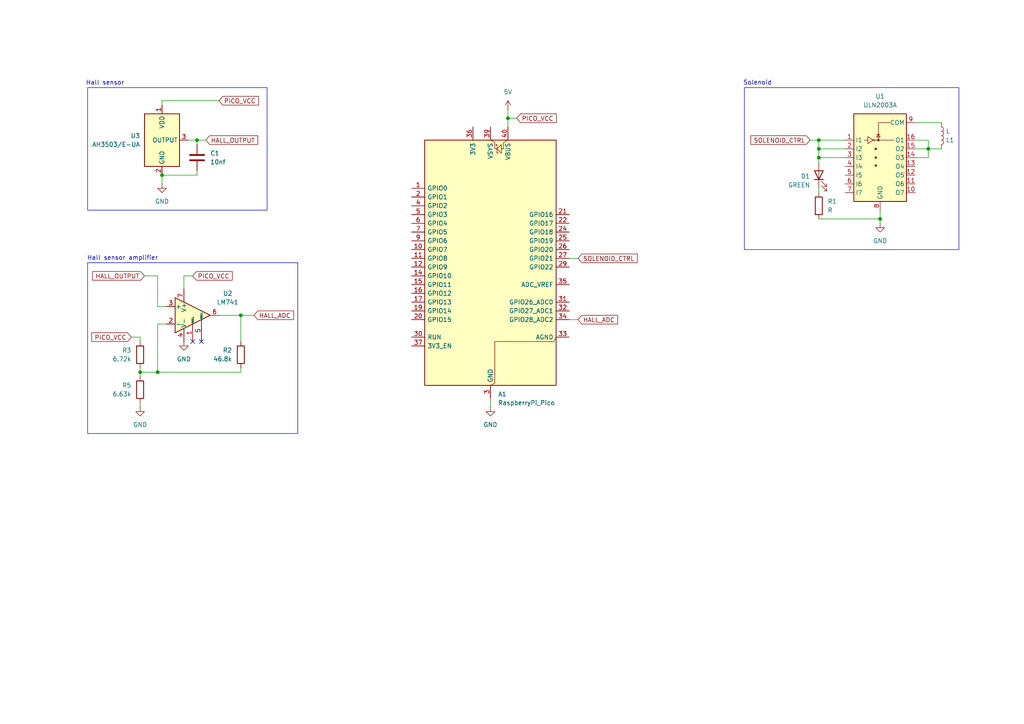
<source format=kicad_sch>
(kicad_sch (version 20231120) (generator "eeschema") (generator_version "8.0")
  (paper "A4")
  (title_block (title "adapt_button") (rev "dev-0.1"))
  (lib_symbols
    (symbol "Amplifier_Operational:LM741" (pin_names (offset 0.127))
      (property "Reference" "U" (at 0 6.35 0))
      (property "Value" "LM741" (at 0 3.81 0))
      (symbol "LM741_0_1"
        (polyline (pts (xy -5.08 5.08) (xy 5.08 0) (xy -5.08 -5.08) (xy -5.08 5.08)) (stroke (width 0.254)) (fill (type background)))
      )
      (symbol "LM741_1_1"
        (pin input line (at 0 -7.62 90) (length 5.08) (name "NULL") (number "1"))
        (pin input line (at -7.62 -2.54 0) (length 2.54) (name "-") (number "2"))
        (pin input line (at -7.62 2.54 0) (length 2.54) (name "+") (number "3"))
        (pin power_in line (at -2.54 -7.62 90) (length 3.81) (name "V-") (number "4"))
        (pin input line (at 2.54 -7.62 90) (length 6.35) (name "NULL") (number "5"))
        (pin output line (at 7.62 0 180) (length 2.54) (name "~") (number "6"))
        (pin power_in line (at -2.54 7.62 270) (length 3.81) (name "V+") (number "7"))
        (pin no_connect line (at 0 2.54 270) (length 2.54) hide (name "NC") (number "8"))
      )
    )
    (symbol "Device:C" (pin_numbers hide) (pin_names (offset 0.254))
      (property "Reference" "C" (at 0.635 2.54 0))
      (property "Value" "C" (at 0.635 -2.54 0))
      (symbol "C_0_1"
        (polyline (pts (xy -2.032 -0.762) (xy 2.032 -0.762)) (stroke (width 0.508)))
        (polyline (pts (xy -2.032 0.762) (xy 2.032 0.762)) (stroke (width 0.508)))
      )
      (symbol "C_1_1"
        (pin passive line (at 0 3.81 270) (length 2.794) (name "~") (number "1"))
        (pin passive line (at 0 -3.81 90) (length 2.794) (name "~") (number "2"))
      )
    )
    (symbol "Device:L" (pin_numbers hide) (pin_names (offset 1.016) hide)
      (property "Reference" "L" (at -1.27 0 90))
      (property "Value" "L" (at 1.905 0 90))
      (symbol "L_0_1"
        (arc (start 0 -2.54) (mid 0.6323 -1.905) (end 0 -1.27))
        (arc (start 0 -1.27) (mid 0.6323 -0.635) (end 0 0))
        (arc (start 0 0) (mid 0.6323 0.635) (end 0 1.27))
        (arc (start 0 1.27) (mid 0.6323 1.905) (end 0 2.54))
      )
      (symbol "L_1_1"
        (pin passive line (at 0 3.81 270) (length 1.27) (name "1") (number "1"))
        (pin passive line (at 0 -3.81 90) (length 1.27) (name "2") (number "2"))
      )
    )
    (symbol "Device:LED" (pin_numbers hide) (pin_names (offset 1.016) hide)
      (property "Reference" "D" (at 0 2.54 0))
      (property "Value" "LED" (at 0 -2.54 0))
      (symbol "LED_0_1"
        (polyline (pts (xy -1.27 -1.27) (xy -1.27 1.27)) (stroke (width 0.254)))
        (polyline (pts (xy -1.27 0) (xy 1.27 0)))
        (polyline (pts (xy 1.27 -1.27) (xy 1.27 1.27) (xy -1.27 0) (xy 1.27 -1.27)) (stroke (width 0.254)))
        (polyline (pts (xy -3.048 -0.762) (xy -4.572 -2.286) (xy -3.81 -2.286) (xy -4.572 -2.286) (xy -4.572 -1.524)))
        (polyline (pts (xy -1.778 -0.762) (xy -3.302 -2.286) (xy -2.54 -2.286) (xy -3.302 -2.286) (xy -3.302 -1.524)))
      )
      (symbol "LED_1_1"
        (pin passive line (at -3.81 0 0) (length 2.54) (name "K") (number "1"))
        (pin passive line (at 3.81 0 180) (length 2.54) (name "A") (number "2"))
      )
    )
    (symbol "Device:R" (pin_numbers hide) (pin_names (offset 0))
      (property "Reference" "R" (at 2.032 0 90))
      (property "Value" "R" (at 0 0 90))
      (symbol "R_0_1"
        (rectangle (start -1.016 -2.54) (end 1.016 2.54) (stroke (width 0.254)))
      )
      (symbol "R_1_1"
        (pin passive line (at 0 3.81 270) (length 1.27) (name "~") (number "1"))
        (pin passive line (at 0 -3.81 90) (length 1.27) (name "~") (number "2"))
      )
    )
    (symbol "MCU_Module_RaspberryPi_Pico:RaspberryPi_Pico" (pin_names (offset 0.762))
      (property "Reference" "A" (at -19.05 38.1 0))
      (property "Value" "RaspberryPi_Pico" (at 7.62 38.1 0))
      (symbol "RaspberryPi_Pico_0_1"
        (rectangle (start -19.05 36.83) (end 19.05 -34.29) (stroke (width 0.254)) (fill (type background)))
        (polyline (pts (xy 0 36.83) (xy 1.27 36.195) (xy 1.27 34.29) (xy 1.905 34.29)))
        (polyline (pts (xy 1.905 34.29) (xy 3.175 35.56) (xy 3.175 33.02) (xy 1.905 34.29)))
        (polyline (pts (xy 5.08 36.83) (xy 3.81 36.195) (xy 3.81 34.29) (xy 3.175 34.29)))
        (polyline (pts (xy 0 -34.29) (xy 1.27 -33.655) (xy 1.27 -21.59) (xy 18.415 -21.59) (xy 19.05 -20.32)))
        (polyline (pts (xy 1.651 35.306) (xy 1.651 35.56) (xy 1.905 35.56) (xy 1.905 33.02) (xy 2.159 33.02) (xy 2.159 33.274)))
      )
      (symbol "RaspberryPi_Pico_1_1"
        (pin bidirectional line (at -22.86 22.86 0) (length 3.81) (name "GPIO0") (number "1"))
        (pin bidirectional line (at -22.86 5.08 0) (length 3.81) (name "GPIO7") (number "10"))
        (pin bidirectional line (at -22.86 2.54 0) (length 3.81) (name "GPIO8") (number "11"))
        (pin bidirectional line (at -22.86 0 0) (length 3.81) (name "GPIO9") (number "12"))
        (pin passive line (at 0 -38.1 90) (length 3.81) hide (name "GND") (number "13"))
        (pin bidirectional line (at -22.86 -2.54 0) (length 3.81) (name "GPIO10") (number "14"))
        (pin bidirectional line (at -22.86 -5.08 0) (length 3.81) (name "GPIO11") (number "15"))
        (pin bidirectional line (at -22.86 -7.62 0) (length 3.81) (name "GPIO12") (number "16"))
        (pin bidirectional line (at -22.86 -10.16 0) (length 3.81) (name "GPIO13") (number "17"))
        (pin passive line (at 0 -38.1 90) (length 3.81) hide (name "GND") (number "18"))
        (pin bidirectional line (at -22.86 -12.7 0) (length 3.81) (name "GPIO14") (number "19"))
        (pin bidirectional line (at -22.86 20.32 0) (length 3.81) (name "GPIO1") (number "2"))
        (pin bidirectional line (at -22.86 -15.24 0) (length 3.81) (name "GPIO15") (number "20"))
        (pin bidirectional line (at 22.86 15.24 180) (length 3.81) (name "GPIO16") (number "21"))
        (pin bidirectional line (at 22.86 12.7 180) (length 3.81) (name "GPIO17") (number "22"))
        (pin passive line (at 0 -38.1 90) (length 3.81) hide (name "GND") (number "23"))
        (pin bidirectional line (at 22.86 10.16 180) (length 3.81) (name "GPIO18") (number "24"))
        (pin bidirectional line (at 22.86 7.62 180) (length 3.81) (name "GPIO19") (number "25"))
        (pin bidirectional line (at 22.86 5.08 180) (length 3.81) (name "GPIO20") (number "26"))
        (pin bidirectional line (at 22.86 2.54 180) (length 3.81) (name "GPIO21") (number "27"))
        (pin passive line (at 0 -38.1 90) (length 3.81) hide (name "GND") (number "28"))
        (pin bidirectional line (at 22.86 0 180) (length 3.81) (name "GPIO22") (number "29"))
        (pin power_out line (at 0 -38.1 90) (length 3.81) (name "GND") (number "3"))
        (pin input line (at -22.86 -20.32 0) (length 3.81) (name "RUN") (number "30"))
        (pin bidirectional line (at 22.86 -10.16 180) (length 3.81) (name "GPIO26_ADC0") (number "31"))
        (pin bidirectional line (at 22.86 -12.7 180) (length 3.81) (name "GPIO27_ADC1") (number "32"))
        (pin power_out line (at 22.86 -20.32 180) (length 3.81) (name "AGND") (number "33"))
        (pin bidirectional line (at 22.86 -15.24 180) (length 3.81) (name "GPIO28_ADC2") (number "34"))
        (pin power_in line (at 22.86 -5.08 180) (length 3.81) (name "ADC_VREF") (number "35"))
        (pin power_out line (at -5.08 40.64 270) (length 3.81) (name "3V3") (number "36"))
        (pin input line (at -22.86 -22.86 0) (length 3.81) (name "3V3_EN") (number "37"))
        (pin passive line (at 0 -38.1 90) (length 3.81) hide (name "GND") (number "38"))
        (pin power_in line (at 0 40.64 270) (length 3.81) (name "VSYS") (number "39"))
        (pin bidirectional line (at -22.86 17.78 0) (length 3.81) (name "GPIO2") (number "4"))
        (pin power_out line (at 5.08 40.64 270) (length 3.81) (name "VBUS") (number "40"))
        (pin bidirectional line (at -22.86 15.24 0) (length 3.81) (name "GPIO3") (number "5"))
        (pin bidirectional line (at -22.86 12.7 0) (length 3.81) (name "GPIO4") (number "6"))
        (pin bidirectional line (at -22.86 10.16 0) (length 3.81) (name "GPIO5") (number "7"))
        (pin passive line (at 0 -38.1 90) (length 3.81) hide (name "GND") (number "8"))
        (pin bidirectional line (at -22.86 7.62 0) (length 3.81) (name "GPIO6") (number "9"))
      )
    )
    (symbol "Sensor_Magnetic:AH1806-P"
      (property "Reference" "U" (at -5.08 8.89 0))
      (property "Value" "AH1806-P" (at 7.62 8.89 0))
      (symbol "AH1806-P_0_1"
        (rectangle (start 5.08 7.62) (end -5.08 -7.62) (stroke (width 0.254)) (fill (type background)))
      )
      (symbol "AH1806-P_1_1"
        (pin power_in line (at 0 10.16 270) (length 2.54) (name "VDD") (number "1"))
        (pin power_in line (at 0 -10.16 90) (length 2.54) (name "GND") (number "2"))
        (pin open_collector line (at 7.62 0 180) (length 2.54) (name "OUTPUT") (number "3"))
      )
    )
    (symbol "Transistor_Array:ULN2003A"
      (property "Reference" "U" (at 0 15.875 0))
      (property "Value" "ULN2003A" (at 0 13.97 0))
      (symbol "ULN2003A_0_1"
        (rectangle (start -7.62 -12.7) (end 7.62 12.7) (stroke (width 0.254)) (fill (type background)))
        (circle (center -1.778 5.08) (radius 0.254))
        (circle (center -1.27 -2.286) (radius 0.254) (fill (type outline)))
        (circle (center -1.27 0) (radius 0.254) (fill (type outline)))
        (circle (center -1.27 2.54) (radius 0.254) (fill (type outline)))
        (circle (center -0.508 5.08) (radius 0.254) (fill (type outline)))
        (polyline (pts (xy -4.572 5.08) (xy -3.556 5.08)))
        (polyline (pts (xy -1.524 5.08) (xy 4.064 5.08)))
        (polyline (pts (xy 0 6.731) (xy -1.016 6.731)))
        (polyline (pts (xy -0.508 5.08) (xy -0.508 10.16) (xy 2.921 10.16)))
        (polyline (pts (xy -3.556 6.096) (xy -3.556 4.064) (xy -2.032 5.08) (xy -3.556 6.096)))
        (polyline (pts (xy 0 5.969) (xy -1.016 5.969) (xy -0.508 6.731) (xy 0 5.969)))
      )
      (symbol "ULN2003A_1_1"
        (pin input line (at -10.16 5.08 0) (length 2.54) (name "I1") (number "1"))
        (pin open_collector line (at 10.16 -10.16 180) (length 2.54) (name "O7") (number "10"))
        (pin open_collector line (at 10.16 -7.62 180) (length 2.54) (name "O6") (number "11"))
        (pin open_collector line (at 10.16 -5.08 180) (length 2.54) (name "O5") (number "12"))
        (pin open_collector line (at 10.16 -2.54 180) (length 2.54) (name "O4") (number "13"))
        (pin open_collector line (at 10.16 0 180) (length 2.54) (name "O3") (number "14"))
        (pin open_collector line (at 10.16 2.54 180) (length 2.54) (name "O2") (number "15"))
        (pin open_collector line (at 10.16 5.08 180) (length 2.54) (name "O1") (number "16"))
        (pin input line (at -10.16 2.54 0) (length 2.54) (name "I2") (number "2"))
        (pin input line (at -10.16 0 0) (length 2.54) (name "I3") (number "3"))
        (pin input line (at -10.16 -2.54 0) (length 2.54) (name "I4") (number "4"))
        (pin input line (at -10.16 -5.08 0) (length 2.54) (name "I5") (number "5"))
        (pin input line (at -10.16 -7.62 0) (length 2.54) (name "I6") (number "6"))
        (pin input line (at -10.16 -10.16 0) (length 2.54) (name "I7") (number "7"))
        (pin power_in line (at 0 -15.24 90) (length 2.54) (name "GND") (number "8"))
        (pin passive line (at 10.16 10.16 180) (length 2.54) (name "COM") (number "9"))
      )
    )
    (symbol "power:GND" (power) (pin_numbers hide) (pin_names (offset 0) hide)
      (property "Value" "GND" (at 0 -3.81 0))
      (symbol "GND_0_1"
        (polyline (pts (xy 0 0) (xy 0 -1.27) (xy 1.27 -1.27) (xy 0 -2.54) (xy -1.27 -1.27) (xy 0 -1.27)))
      )
      (symbol "GND_1_1"
        (pin power_in line (at 0 0 270) (length 0) (name "~") (number "1"))
      )
    )
    (symbol "power:VCC" (power) (pin_numbers hide) (pin_names (offset 0) hide)
      (property "Value" "VCC" (at 0 3.556 0))
      (symbol "VCC_0_1"
        (polyline (pts (xy -0.762 1.27) (xy 0 2.54)))
        (polyline (pts (xy 0 0) (xy 0 2.54)))
        (polyline (pts (xy 0 2.54) (xy 0.762 1.27)))
      )
      (symbol "VCC_1_1"
        (pin power_in line (at 0 0 90) (length 0) (name "~") (number "1"))
      )
    )
  )
  (junction (at 46.99 50.8))
  (junction (at 237.49 45.72))
  (junction (at 45.72 107.95))
  (junction (at 237.49 43.18))
  (junction (at 147.32 34.29))
  (junction (at 69.85 91.44))
  (junction (at 57.15 40.64))
  (junction (at 269.24 43.18))
  (junction (at 237.49 40.64))
  (junction (at 255.27 63.5))
  (junction (at 40.64 107.95))
  (no_connect (at 58.42 99.06))
  (no_connect (at 55.88 99.06))
  (wire (pts (xy 45.72 80.01) (xy 45.72 88.9)))
  (wire (pts (xy 46.99 29.21) (xy 46.99 30.48)))
  (wire (pts (xy 165.1 92.71) (xy 167.64 92.71)))
  (wire (pts (xy 54.61 40.64) (xy 57.15 40.64)))
  (wire (pts (xy 269.24 45.72) (xy 269.24 43.18)))
  (wire (pts (xy 69.85 107.95) (xy 45.72 107.95)))
  (wire (pts (xy 237.49 43.18) (xy 245.11 43.18)))
  (wire (pts (xy 46.99 29.21) (xy 63.5 29.21)))
  (wire (pts (xy 265.43 43.18) (xy 269.24 43.18)))
  (wire (pts (xy 45.72 88.9) (xy 48.26 88.9)))
  (wire (pts (xy 69.85 91.44) (xy 63.5 91.44)))
  (wire (pts (xy 40.64 106.68) (xy 40.64 107.95)))
  (wire (pts (xy 40.64 116.84) (xy 40.64 118.11)))
  (wire (pts (xy 269.24 43.18) (xy 269.24 40.64)))
  (wire (pts (xy 57.15 40.64) (xy 59.69 40.64)))
  (wire (pts (xy 265.43 35.56) (xy 273.05 35.56)))
  (wire (pts (xy 40.64 107.95) (xy 45.72 107.95)))
  (wire (pts (xy 265.43 40.64) (xy 269.24 40.64)))
  (wire (pts (xy 255.27 60.96) (xy 255.27 63.5)))
  (wire (pts (xy 46.99 50.8) (xy 57.15 50.8)))
  (wire (pts (xy 237.49 46.99) (xy 237.49 45.72)))
  (wire (pts (xy 57.15 40.64) (xy 57.15 41.91)))
  (wire (pts (xy 40.64 99.06) (xy 40.64 97.79)))
  (wire (pts (xy 237.49 54.61) (xy 237.49 55.88)))
  (wire (pts (xy 40.64 107.95) (xy 40.64 109.22)))
  (wire (pts (xy 255.27 63.5) (xy 255.27 64.77)))
  (wire (pts (xy 237.49 63.5) (xy 255.27 63.5)))
  (wire (pts (xy 53.34 80.01) (xy 55.88 80.01)))
  (wire (pts (xy 237.49 45.72) (xy 245.11 45.72)))
  (wire (pts (xy 142.24 115.57) (xy 142.24 118.11)))
  (wire (pts (xy 69.85 107.95) (xy 69.85 106.68)))
  (wire (pts (xy 265.43 45.72) (xy 269.24 45.72)))
  (wire (pts (xy 269.24 43.18) (xy 273.05 43.18)))
  (wire (pts (xy 46.99 53.34) (xy 46.99 50.8)))
  (wire (pts (xy 237.49 43.18) (xy 237.49 45.72)))
  (wire (pts (xy 147.32 31.75) (xy 147.32 34.29)))
  (wire (pts (xy 245.11 40.64) (xy 237.49 40.64)))
  (wire (pts (xy 165.1 74.93) (xy 167.64 74.93)))
  (wire (pts (xy 53.34 80.01) (xy 53.34 83.82)))
  (wire (pts (xy 69.85 91.44) (xy 73.66 91.44)))
  (wire (pts (xy 45.72 107.95) (xy 45.72 93.98)))
  (wire (pts (xy 147.32 34.29) (xy 149.86 34.29)))
  (wire (pts (xy 147.32 36.83) (xy 147.32 34.29)))
  (wire (pts (xy 237.49 40.64) (xy 237.49 43.18)))
  (wire (pts (xy 40.64 97.79) (xy 38.1 97.79)))
  (wire (pts (xy 57.15 50.8) (xy 57.15 49.53)))
  (wire (pts (xy 234.95 40.64) (xy 237.49 40.64)))
  (wire (pts (xy 41.91 80.01) (xy 45.72 80.01)))
  (wire (pts (xy 69.85 99.06) (xy 69.85 91.44)))
  (wire (pts (xy 45.72 93.98) (xy 48.26 93.98)))
  (rectangle (start 215.9 25.4) (end 278.13 72.39))
  (rectangle (start 25.4 25.4) (end 77.47 60.96))
  (rectangle (start 25.4 76.2) (end 86.36 125.73))
  (text "Hall sensor amplifier" (at 35.56 74.93 0) (effects (font (size 1.27 1.27))))
  (text "Solenoid" (at 219.71 24.13 0) (effects (font (size 1.27 1.27))))
  (text "Hall sensor" (at 30.48 24.13 0) (effects (font (size 1.27 1.27))))
  (global_label "SOLENOID_CTRL" (shape input) (at 167.64 74.93 0) (property "Intersheetrefs" "${INTERSHEET_REFS}" (effects (hide yes))))
  (global_label "HALL_ADC" (shape input) (at 73.66 91.44 0) (property "Intersheetrefs" "${INTERSHEET_REFS}" (effects (hide yes))))
  (global_label "HALL_OUTPUT" (shape input) (at 59.69 40.64 0) (property "Intersheetrefs" "${INTERSHEET_REFS}" (effects (hide yes))))
  (global_label "HALL_OUTPUT" (shape input) (at 41.91 80.01 180) (property "Intersheetrefs" "${INTERSHEET_REFS}" (effects (hide yes))))
  (global_label "PICO_VCC" (shape input) (at 55.88 80.01 0) (property "Intersheetrefs" "${INTERSHEET_REFS}" (effects (hide yes))))
  (global_label "PICO_VCC" (shape input) (at 38.1 97.79 180) (property "Intersheetrefs" "${INTERSHEET_REFS}" (effects (hide yes))))
  (global_label "PICO_VCC" (shape input) (at 149.86 34.29 0) (property "Intersheetrefs" "${INTERSHEET_REFS}" (effects (hide yes))))
  (global_label "HALL_ADC" (shape input) (at 167.64 92.71 0) (property "Intersheetrefs" "${INTERSHEET_REFS}" (effects (hide yes))))
  (global_label "PICO_VCC" (shape input) (at 63.5 29.21 0) (property "Intersheetrefs" "${INTERSHEET_REFS}" (effects (hide yes))))
  (global_label "SOLENOID_CTRL" (shape input) (at 234.95 40.64 180) (property "Intersheetrefs" "${INTERSHEET_REFS}" (effects (hide yes))))
  (symbol (lib_id "MCU_Module_RaspberryPi_Pico:RaspberryPi_Pico") (at 142.24 77.47 0) (unit 1)
    (property "Reference" "A1" (at 144.4341 114.3 0) (effects (justify left)))
    (property "Value" "RaspberryPi_Pico" (at 144.4341 116.84 0) (effects (justify left)))
    (property "Footprint" "Module_RaspberryPi_Pico:RaspberryPi_Pico_Common" (effects (hide yes)))
    (property "Datasheet" "https://datasheets.raspberrypi.com/pico/pico-datasheet.pdf" (effects (hide yes)))
    (property "Description" "Versatile and inexpensive microcontroller module powered by RP2040 dual-core Arm Cortex-M0+ processor up to 133 MHz, 264kB SRAM, 2MB QSPI flash" (effects (hide yes)))
  )
  (symbol (lib_id "Device:LED") (at 237.49 50.8 90) (unit 1)
    (property "Reference" "D1" (at 234.95 51.1174 90) (effects (justify left)))
    (property "Value" "GREEN" (at 234.95 53.6574 90) (effects (justify left)))
    (property "Description" "Light emitting diode" (effects (hide yes)))
  )
  (symbol (lib_id "Device:R") (at 40.64 102.87 0) (mirror x) (unit 1)
    (property "Reference" "R3" (at 38.1 101.5999 0) (effects (justify right)))
    (property "Value" "6.72k" (at 38.1 104.1399 0) (effects (justify right)))
    (property "Description" "Resistor" (effects (hide yes)))
    (property "Sim.Device" "R" (effects (hide yes)))
    (property "Sim.Pins" "1=+ 2=-" (effects (hide yes)))
  )
  (symbol (lib_id "Device:R") (at 40.64 113.03 0) (mirror y) (unit 1)
    (property "Reference" "R5" (at 38.1 111.7599 0) (effects (justify left)))
    (property "Value" "6.63k" (at 38.1 114.2999 0) (effects (justify left)))
    (property "Description" "Resistor" (effects (hide yes)))
    (property "Sim.Device" "R" (effects (hide yes)))
    (property "Sim.Pins" "1=+ 2=-" (effects (hide yes)))
  )
  (symbol (lib_id "power:VCC") (at 147.32 31.75 0) (unit 1)
    (property "Reference" "#PWR03" (effects (hide yes)))
    (property "Value" "5V" (at 147.32 26.67 0))
    (property "Description" "Power symbol creates a global label with name \"VCC\"" (effects (hide yes)))
  )
  (symbol (lib_id "Device:R") (at 237.49 59.69 0) (unit 1)
    (property "Reference" "R1" (at 240.03 58.4199 0) (effects (justify left)))
    (property "Value" "R" (at 240.03 60.9599 0) (effects (justify left)))
    (property "Description" "Resistor" (effects (hide yes)))
  )
  (symbol (lib_id "Device:L") (at 273.05 39.37 0) (mirror x) (unit 1)
    (property "Reference" "L1" (at 274.32 40.6401 0) (effects (justify left)))
    (property "Value" "L" (at 274.32 38.1001 0) (effects (justify left)))
    (property "Description" "Inductor" (effects (hide yes)))
  )
  (symbol (lib_id "Amplifier_Operational:LM741") (at 55.88 91.44 0) (unit 1)
    (property "Reference" "U2" (at 66.04 85.1214 0))
    (property "Value" "LM741" (at 66.04 87.6614 0))
    (property "Datasheet" "http://www.ti.com/lit/ds/symlink/lm741.pdf" (effects (hide yes)))
    (property "Description" "Operational Amplifier, DIP-8/TO-99-8" (effects (hide yes)))
    (property "Sim.Library" "/home/natsumeai/DOCUMENTS/Manuals/spice/special_models/741.lib" (effects (hide yes)))
    (property "Sim.Name" "KI741" (effects (hide yes)))
    (property "Sim.Device" "SUBCKT" (effects (hide yes)))
    (property "Sim.Pins" "1=O1 2=Inv 3=Ninv 4=Vee 5=O2 6=Out 7=Vcc" (effects (hide yes)))
  )
  (symbol (lib_id "Sensor_Magnetic:AH1806-P") (at 46.99 40.64 0) (unit 1)
    (property "Reference" "U3" (at 40.64 39.3699 0) (effects (justify right)))
    (property "Value" "AH3503/E-UA" (at 40.64 41.9099 0) (effects (justify right)))
    (property "Datasheet" "https://www.ahest.net/data/upload/20210125/600e5ac5a18de.pdf" (effects (hide yes)))
    (property "Description" "Linear Hall-Effect Sensor, SIP-3" (effects (hide yes)))
  )
  (symbol (lib_id "power:GND") (at 255.27 64.77 0) (unit 1)
    (property "Reference" "#PWR06" (effects (hide yes)))
    (property "Value" "GND" (at 255.27 69.85 0))
    (property "Description" "Power symbol creates a global label with name \"GND\" , ground" (effects (hide yes)))
  )
  (symbol (lib_id "Device:R") (at 69.85 102.87 0) (mirror y) (unit 1)
    (property "Reference" "R2" (at 67.31 101.5999 0) (effects (justify left)))
    (property "Value" "46.8k" (at 67.31 104.1399 0) (effects (justify left)))
    (property "Description" "Resistor" (effects (hide yes)))
    (property "Sim.Device" "R" (effects (hide yes)))
    (property "Sim.Pins" "1=+ 2=-" (effects (hide yes)))
  )
  (symbol (lib_id "power:GND") (at 40.64 118.11 0) (unit 1)
    (property "Reference" "#PWR05" (effects (hide yes)))
    (property "Value" "GND" (at 40.64 123.19 0))
    (property "Description" "Power symbol creates a global label with name \"GND\" , ground" (effects (hide yes)))
  )
  (symbol (lib_id "Device:C") (at 57.15 45.72 0) (unit 1)
    (property "Reference" "C1" (at 60.96 44.4499 0) (effects (justify left)))
    (property "Value" "10nf" (at 60.96 46.9899 0) (effects (justify left)))
    (property "Description" "Unpolarized capacitor" (effects (hide yes)))
  )
  (symbol (lib_id "power:GND") (at 142.24 118.11 0) (unit 1)
    (property "Reference" "#PWR04" (effects (hide yes)))
    (property "Value" "GND" (at 142.24 123.19 0))
    (property "Description" "Power symbol creates a global label with name \"GND\" , ground" (effects (hide yes)))
  )
  (symbol (lib_id "power:GND") (at 46.99 53.34 0) (unit 1)
    (property "Reference" "#PWR02" (effects (hide yes)))
    (property "Value" "GND" (at 46.99 58.42 0))
    (property "Description" "Power symbol creates a global label with name \"GND\" , ground" (effects (hide yes)))
  )
  (symbol (lib_id "power:GND") (at 53.34 99.06 0) (unit 1)
    (property "Reference" "#PWR01" (effects (hide yes)))
    (property "Value" "GND" (at 53.34 104.14 0))
    (property "Description" "Power symbol creates a global label with name \"GND\" , ground" (effects (hide yes)))
  )
  (symbol (lib_id "Transistor_Array:ULN2003A") (at 255.27 45.72 0) (unit 1)
    (property "Reference" "U1" (at 255.27 27.94 0))
    (property "Value" "ULN2003A" (at 255.27 30.48 0))
    (property "Datasheet" "http://www.ti.com/lit/ds/symlink/uln2003a.pdf" (effects (hide yes)))
    (property "Description" "High Voltage, High Current Darlington Transistor Arrays, SOIC16/SOIC16W/DIP16/TSSOP16" (effects (hide yes)))
  )
)
</source>
